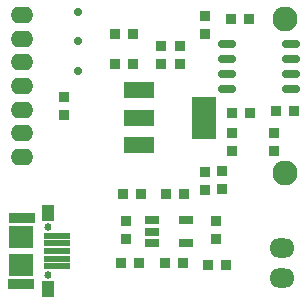
<source format=gbs>
G04*
G04 #@! TF.GenerationSoftware,Altium Limited,Altium Designer,18.1.9 (240)*
G04*
G04 Layer_Color=16711935*
%FSLAX24Y24*%
%MOIN*%
G70*
G01*
G75*
%ADD19R,0.0350X0.0350*%
%ADD20R,0.0350X0.0350*%
%ADD22C,0.0247*%
G04:AMPARAMS|DCode=23|XSize=89.6mil|YSize=36.5mil|CornerRadius=10.4mil|HoleSize=0mil|Usage=FLASHONLY|Rotation=0.000|XOffset=0mil|YOffset=0mil|HoleType=Round|Shape=RoundedRectangle|*
%AMROUNDEDRECTD23*
21,1,0.0896,0.0157,0,0,0.0*
21,1,0.0689,0.0365,0,0,0.0*
1,1,0.0207,0.0344,-0.0079*
1,1,0.0207,-0.0344,-0.0079*
1,1,0.0207,-0.0344,0.0079*
1,1,0.0207,0.0344,0.0079*
%
%ADD23ROUNDEDRECTD23*%
%ADD24C,0.0837*%
%ADD25C,0.0286*%
%ADD26O,0.0837X0.0641*%
%ADD27O,0.0759X0.0562*%
%ADD47R,0.0877X0.0207*%
%ADD48R,0.0798X0.0759*%
%ADD49R,0.0444X0.0522*%
%ADD50R,0.0463X0.0286*%
%ADD51R,0.1034X0.0522*%
%ADD52R,0.0837X0.1428*%
%ADD53O,0.0621X0.0286*%
D19*
X4300Y7800D02*
D03*
X3700D02*
D03*
X5350Y1150D02*
D03*
X5950D02*
D03*
X8200Y6150D02*
D03*
X7600D02*
D03*
X9650Y6225D02*
D03*
X9050D02*
D03*
X3700Y8800D02*
D03*
X4300D02*
D03*
X8150Y9268D02*
D03*
X7550D02*
D03*
X7400Y1100D02*
D03*
X6800D02*
D03*
X3900Y1150D02*
D03*
X4500D02*
D03*
X4550Y3450D02*
D03*
X3950D02*
D03*
X6000D02*
D03*
X5400D02*
D03*
D20*
X7250Y4219D02*
D03*
Y3619D02*
D03*
X7600Y5500D02*
D03*
Y4900D02*
D03*
X9000Y5500D02*
D03*
Y4900D02*
D03*
X5219Y8400D02*
D03*
Y7800D02*
D03*
X2000Y6700D02*
D03*
Y6100D02*
D03*
X7050Y2550D02*
D03*
Y1950D02*
D03*
X4050D02*
D03*
Y2550D02*
D03*
X6700Y4200D02*
D03*
Y3600D02*
D03*
Y9400D02*
D03*
Y8800D02*
D03*
X5850Y8400D02*
D03*
Y7800D02*
D03*
D22*
X1450Y2337D02*
D03*
Y763D02*
D03*
D23*
X564Y448D02*
D03*
X604Y2652D02*
D03*
D24*
X9350Y4150D02*
D03*
Y9268D02*
D03*
D25*
X2450Y7550D02*
D03*
Y8534D02*
D03*
Y9518D02*
D03*
D26*
X9250Y650D02*
D03*
Y1650D02*
D03*
D27*
X600Y4688D02*
D03*
D03*
Y5475D02*
D03*
Y6263D02*
D03*
Y7050D02*
D03*
Y7837D02*
D03*
Y8625D02*
D03*
Y9412D02*
D03*
D47*
X1775Y1550D02*
D03*
Y1294D02*
D03*
Y1806D02*
D03*
Y2062D02*
D03*
Y1038D02*
D03*
D48*
X564Y1080D02*
D03*
Y2020D02*
D03*
D49*
X1450Y290D02*
D03*
Y2810D02*
D03*
D50*
X6061Y1826D02*
D03*
Y2574D02*
D03*
X4939D02*
D03*
Y2200D02*
D03*
Y1826D02*
D03*
D51*
X4500Y6000D02*
D03*
Y6906D02*
D03*
Y5094D02*
D03*
D52*
X6665Y6000D02*
D03*
D53*
X7427Y6950D02*
D03*
Y7450D02*
D03*
Y7950D02*
D03*
Y8450D02*
D03*
X9573Y6950D02*
D03*
Y7450D02*
D03*
Y7950D02*
D03*
Y8450D02*
D03*
M02*

</source>
